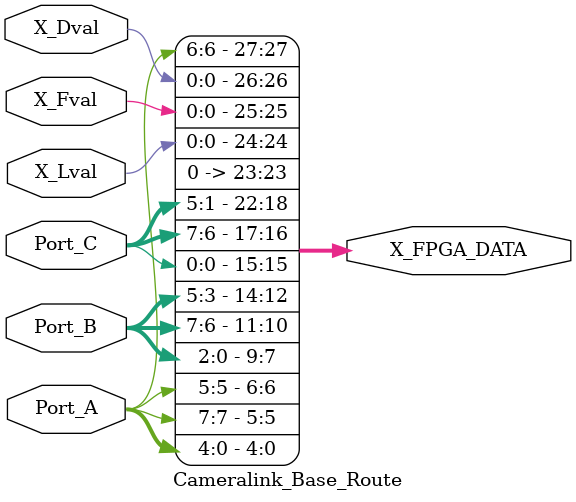
<source format=v>
`timescale 1ns / 1ps


module Cameralink_Base_Route(
    //base
    input  [ 7:0] Port_A,
    input  [ 7:0] Port_B,
    input  [ 7:0] Port_C,
    input         X_Fval,
    input         X_Lval,
    input         X_Dval,
    //out
    output [27:0] X_FPGA_DATA
);

  assign X_FPGA_DATA[0]  = Port_A[0];
  assign X_FPGA_DATA[1]  = Port_A[1];
  assign X_FPGA_DATA[2]  = Port_A[2];
  assign X_FPGA_DATA[3]  = Port_A[3];
  assign X_FPGA_DATA[4]  = Port_A[4];
  assign X_FPGA_DATA[6]  = Port_A[5];
  assign X_FPGA_DATA[27] = Port_A[6];
  assign X_FPGA_DATA[5]  = Port_A[7];
  assign X_FPGA_DATA[7]  = Port_B[0];
  assign X_FPGA_DATA[8]  = Port_B[1];
  assign X_FPGA_DATA[9]  = Port_B[2];
  assign X_FPGA_DATA[12] = Port_B[3];
  assign X_FPGA_DATA[13] = Port_B[4];
  assign X_FPGA_DATA[14] = Port_B[5];
  assign X_FPGA_DATA[10] = Port_B[6];
  assign X_FPGA_DATA[11] = Port_B[7];
  assign X_FPGA_DATA[15] = Port_C[0];
  assign X_FPGA_DATA[18] = Port_C[1];
  assign X_FPGA_DATA[19] = Port_C[2];
  assign X_FPGA_DATA[20] = Port_C[3];
  assign X_FPGA_DATA[21] = Port_C[4];
  assign X_FPGA_DATA[22] = Port_C[5];
  assign X_FPGA_DATA[16] = Port_C[6];
  assign X_FPGA_DATA[17] = Port_C[7];

  assign X_FPGA_DATA[23] = 1'b0;
  assign X_FPGA_DATA[24] = X_Lval;
  assign X_FPGA_DATA[25] = X_Fval;
  assign X_FPGA_DATA[26] = X_Dval;

endmodule

</source>
